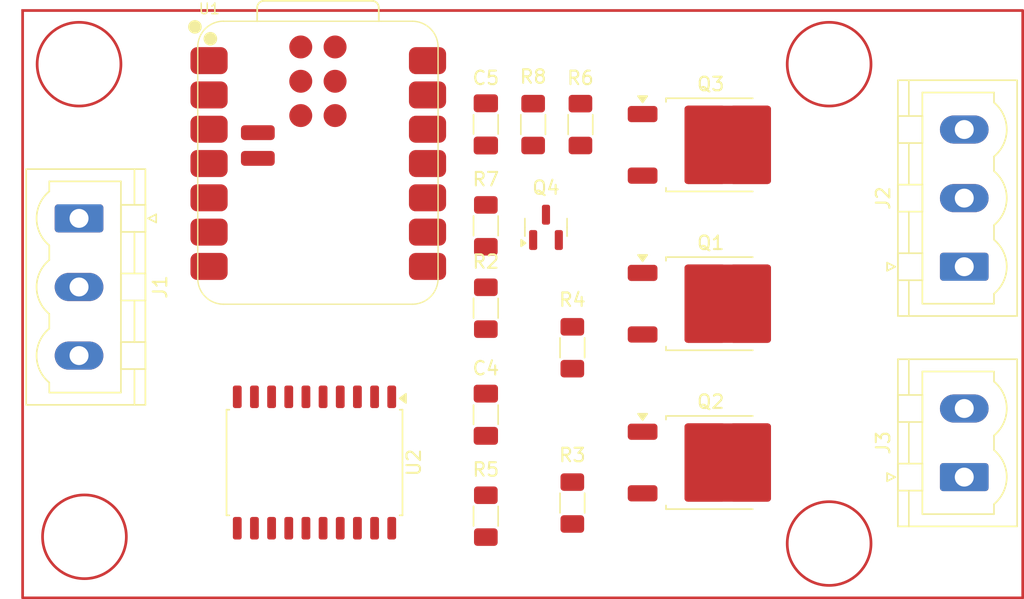
<source format=kicad_pcb>
(kicad_pcb (version 20241229) (generator "pcbnew") (generator_version "9.0")
  (layers (0 "F.Cu" signal) (2 "B.Cu" signal) (13 "F.Paste" user) (15 "B.Paste" user) (5 "F.SilkS" user "F.Silkscreen") (7 "B.SilkS" user "B.Silkscreen") (1 "F.Mask" user) (3 "B.Mask" user) (25 "Edge.Cuts" user))
  (net 0 "")
  (net 13 "GND")
  (net 14 "+5V")
  (net 15 "+12V")
  (net 16 "PWM_LED_OUT")
  (net 17 "Net-(C5-Pad2)")
  (net 18 "NEOPIXEL1_DATA_5V")
  (net 19 "NEOPIXEL1_PWR_OUT")
  (net 20 "Net-(Q1-G)")
  (net 21 "Net-(Q3-G)")
  (net 22 "Net-(Q4-C)")
  (net 23 "Net-(Q4-B)")
  (net 26 "PWM1_DATA")
  (net 27 "Net-(U2-2OE)")
  (net 28 "NEOPIXEL1_PWR_DPIN_3V3")
  (net 29 "NEOPIXEL1_DATA_3V3")
  (footprint "Capacitor_SMD:C_1206_3216Metric_Pad1.33x1.80mm_HandSolder" (layer "F.Cu") (at 58.1 46.46 -90)
    (property "Reference" "C4" (at -3.4375 0 180) (layer "F.SilkS"))
    (property "Value" "0.1uf" (hide yes))
    (fp_line (start -0.711252 0.91) (end 0.711252 0.91) (stroke (width 0.12)) (layer "F.SilkS"))
    (fp_line (start -0.711252 -0.91) (end 0.711252 -0.91) (stroke (width 0.12)) (layer "F.SilkS"))
    (pad "1" smd roundrect (at -1.5625 0 270) (size 1.325 1.8) (layers "F.Cu" "F.Mask" "F.Paste") (roundrect_rratio 0.188679) (net 13 "GND"))
    (pad "2" smd roundrect (at 1.5625 0 270) (size 1.325 1.8) (layers "F.Cu" "F.Mask" "F.Paste") (roundrect_rratio 0.188679) (net 14 "+5V"))
  )
  (footprint "Connector_Phoenix_MSTB:PhoenixContact_MSTBVA_2,5_3-G-5,08_1x03_P5.08mm_Vertical" (layer "F.Cu") (at 28 31.92 -90)
    (property "Reference" "J1" (at 5.08 -6 90) (layer "F.SilkS"))
    (property "Value" "PWR IN")
    (fp_line (start -3.65 3.91) (end 13.81 3.91) (stroke (width 0.12)) (layer "F.SilkS"))
    (fp_line (start 13.81 3.91) (end 13.81 -4.91) (stroke (width 0.12)) (layer "F.SilkS"))
    (fp_line (start -2.74 2.2) (end -2.74 -3.1) (stroke (width 0.12)) (layer "F.SilkS"))
    (fp_line (start -2 2.2) (end -2.74 2.2) (stroke (width 0.12)) (layer "F.SilkS"))
    (fp_line (start 2 2.2) (end 3.08 2.2) (stroke (width 0.12)) (layer "F.SilkS"))
    (fp_line (start 7.08 2.2) (end 8.16 2.2) (stroke (width 0.12)) (layer "F.SilkS"))
    (fp_line (start 12.9 2.2) (end 12.16 2.2) (stroke (width 0.12)) (layer "F.SilkS"))
    (fp_line (start -2.74 -3.1) (end 12.9 -3.1) (stroke (width 0.12)) (layer "F.SilkS"))
    (fp_line (start -1 -3.1) (end -1 -4.91) (stroke (width 0.12)) (layer "F.SilkS"))
    (fp_line (start 1 -3.1) (end -1 -3.1) (stroke (width 0.12)) (layer "F.SilkS"))
    (fp_line (start 4.08 -3.1) (end 4.08 -4.91) (stroke (width 0.12)) (layer "F.SilkS"))
    (fp_line (start 6.08 -3.1) (end 4.08 -3.1) (stroke (width 0.12)) (layer "F.SilkS"))
    (fp_line (start 9.16 -3.1) (end 9.16 -4.91) (stroke (width 0.12)) (layer "F.SilkS"))
    (fp_line (start 11.16 -3.1) (end 9.16 -3.1) (stroke (width 0.12)) (layer "F.SilkS"))
    (fp_line (start 12.9 -3.1) (end 12.9 2.2) (stroke (width 0.12)) (layer "F.SilkS"))
    (fp_line (start -3.65 -4.1) (end -1.11 -4.1) (stroke (width 0.12)) (layer "F.SilkS"))
    (fp_line (start 1 -4.1) (end 4.08 -4.1) (stroke (width 0.12)) (layer "F.SilkS"))
    (fp_line (start 6.08 -4.1) (end 9.16 -4.1) (stroke (width 0.12)) (layer "F.SilkS"))
    (fp_line (start 13.81 -4.1) (end 11.27 -4.1) (stroke (width 0.12)) (layer "F.SilkS"))
    (fp_line (start -3.65 -4.91) (end -3.65 3.91) (stroke (width 0.12)) (layer "F.SilkS"))
    (fp_line (start -1 -4.91) (end 1 -4.91) (stroke (width 0.12)) (layer "F.SilkS"))
    (fp_line (start 1 -4.91) (end 1 -3.1) (stroke (width 0.12)) (layer "F.SilkS"))
    (fp_line (start 4.08 -4.91) (end 6.08 -4.91) (stroke (width 0.12)) (layer "F.SilkS"))
    (fp_line (start 6.08 -4.91) (end 6.08 -3.1) (stroke (width 0.12)) (layer "F.SilkS"))
    (fp_line (start 9.16 -4.91) (end 11.16 -4.91) (stroke (width 0.12)) (layer "F.SilkS"))
    (fp_line (start 11.16 -4.91) (end 11.16 -3.1) (stroke (width 0.12)) (layer "F.SilkS"))
    (fp_line (start 13.81 -4.91) (end -3.65 -4.91) (stroke (width 0.12)) (layer "F.SilkS"))
    (fp_line (start 0 -5.11) (end -0.3 -5.71) (stroke (width 0.12)) (layer "F.SilkS"))
    (fp_line (start -0.3 -5.71) (end 0.3 -5.71) (stroke (width 0.12)) (layer "F.SilkS"))
    (fp_line (start 0.3 -5.71) (end 0 -5.11) (stroke (width 0.12)) (layer "F.SilkS"))
    (fp_arc (start 1.986842 2.215821) (mid -0.010289 3.142758) (end -2 2.2) (stroke (width 0.12)) (layer "F.SilkS"))
    (fp_arc (start 7.066842 2.215821) (mid 5.069711 3.142758) (end 3.08 2.2) (stroke (width 0.12)) (layer "F.SilkS"))
    (fp_arc (start 12.146842 2.215821) (mid 10.149711 3.142758) (end 8.16 2.2) (stroke (width 0.12)) (layer "F.SilkS"))
    (pad "1" thru_hole roundrect (at 0 0 270) (size 2.08 3.6) (drill 1.4) (layers "*.Cu" "*.Mask") (roundrect_rratio 0.120192) (net 13 "GND"))
    (pad "2" thru_hole oval (at 5.08 0 270) (size 2.08 3.6) (drill 1.4) (layers "*.Cu" "*.Mask") (net 14 "+5V"))
    (pad "3" thru_hole oval (at 10.16 0 270) (size 2.08 3.6) (drill 1.4) (layers "*.Cu" "*.Mask") (net 15 "+12V"))
  )
  (footprint "Resistor_SMD:R_1206_3216Metric_Pad1.30x1.75mm_HandSolder" (layer "F.Cu") (at 64.5 53 90)
    (property "Reference" "R3" (at 3.55 0 0) (layer "F.SilkS"))
    (property "Value" "10K OHM" (hide yes))
    (fp_line (start -0.727064 -0.91) (end 0.727064 -0.91) (stroke (width 0.12)) (layer "F.SilkS"))
    (fp_line (start -0.727064 0.91) (end 0.727064 0.91) (stroke (width 0.12)) (layer "F.SilkS"))
    (pad "1" smd roundrect (at -1.55 0 90) (size 1.3 1.75) (layers "F.Cu" "F.Mask" "F.Paste") (roundrect_rratio 0.192308) (net 13 "GND"))
    (pad "2" smd roundrect (at 1.55 0 90) (size 1.3 1.75) (layers "F.Cu" "F.Mask" "F.Paste") (roundrect_rratio 0.192308) (net 20 "Net-(Q1-G)"))
  )
  (footprint "Package_TO_SOT_SMD:SOT-23" (layer "F.Cu") (at 62.55 32.585 90)
    (property "Reference" "Q4" (at 2.9375 0 0) (layer "F.SilkS"))
    (property "Value" "MMBT2222A" (hide yes))
    (fp_line (start 0 -1.56) (end 0.65 -1.56) (stroke (width 0.12)) (layer "F.SilkS"))
    (fp_line (start 0 -1.56) (end -0.65 -1.56) (stroke (width 0.12)) (layer "F.SilkS"))
    (fp_line (start 0 1.56) (end 0.65 1.56) (stroke (width 0.12)) (layer "F.SilkS"))
    (fp_line (start 0 1.56) (end -0.65 1.56) (stroke (width 0.12)) (layer "F.SilkS"))
    (fp_poly (pts (xy -1.1625 -1.51) (xy -1.4025 -1.84) (xy -0.9225 -1.84) (xy -1.1625 -1.51)) (stroke (width 0.12)) (fill yes) (layer "F.SilkS"))
    (pad "1" smd roundrect (at -0.9375 -0.95 90) (size 1.475 0.6) (layers "F.Cu" "F.Mask" "F.Paste") (net 23 "Net-(Q4-B)"))
    (pad "2" smd roundrect (at -0.9375 0.95 90) (size 1.475 0.6) (layers "F.Cu" "F.Mask" "F.Paste") (net 13 "GND"))
    (pad "3" smd roundrect (at 0.9375 0 90) (size 1.475 0.6) (layers "F.Cu" "F.Mask" "F.Paste") (net 22 "Net-(Q4-C)"))
  )
  (footprint "Connector_Phoenix_MSTB:PhoenixContact_MSTBVA_2,5_3-G-5,08_1x03_P5.08mm_Vertical" (layer "F.Cu") (at 93.5 35.5 90)
    (property "Reference" "J2" (at 5.08 -6 90) (layer "F.SilkS"))
    (property "Value" "Neopixel_1" (hide yes))
    (fp_line (start 0.3 -5.71) (end 0 -5.11) (stroke (width 0.12)) (layer "F.SilkS"))
    (fp_line (start -0.3 -5.71) (end 0.3 -5.71) (stroke (width 0.12)) (layer "F.SilkS"))
    (fp_line (start 0 -5.11) (end -0.3 -5.71) (stroke (width 0.12)) (layer "F.SilkS"))
    (fp_line (start 13.81 -4.91) (end -3.65 -4.91) (stroke (width 0.12)) (layer "F.SilkS"))
    (fp_line (start 11.16 -4.91) (end 11.16 -3.1) (stroke (width 0.12)) (layer "F.SilkS"))
    (fp_line (start 9.16 -4.91) (end 11.16 -4.91) (stroke (width 0.12)) (layer "F.SilkS"))
    (fp_line (start 6.08 -4.91) (end 6.08 -3.1) (stroke (width 0.12)) (layer "F.SilkS"))
    (fp_line (start 4.08 -4.91) (end 6.08 -4.91) (stroke (width 0.12)) (layer "F.SilkS"))
    (fp_line (start 1 -4.91) (end 1 -3.1) (stroke (width 0.12)) (layer "F.SilkS"))
    (fp_line (start -1 -4.91) (end 1 -4.91) (stroke (width 0.12)) (layer "F.SilkS"))
    (fp_line (start -3.65 -4.91) (end -3.65 3.91) (stroke (width 0.12)) (layer "F.SilkS"))
    (fp_line (start 13.81 -4.1) (end 11.27 -4.1) (stroke (width 0.12)) (layer "F.SilkS"))
    (fp_line (start 6.08 -4.1) (end 9.16 -4.1) (stroke (width 0.12)) (layer "F.SilkS"))
    (fp_line (start 1 -4.1) (end 4.08 -4.1) (stroke (width 0.12)) (layer "F.SilkS"))
    (fp_line (start -3.65 -4.1) (end -1.11 -4.1) (stroke (width 0.12)) (layer "F.SilkS"))
    (fp_line (start 12.9 -3.1) (end 12.9 2.2) (stroke (width 0.12)) (layer "F.SilkS"))
    (fp_line (start 11.16 -3.1) (end 9.16 -3.1) (stroke (width 0.12)) (layer "F.SilkS"))
    (fp_line (start 9.16 -3.1) (end 9.16 -4.91) (stroke (width 0.12)) (layer "F.SilkS"))
    (fp_line (start 6.08 -3.1) (end 4.08 -3.1) (stroke (width 0.12)) (layer "F.SilkS"))
    (fp_line (start 4.08 -3.1) (end 4.08 -4.91) (stroke (width 0.12)) (layer "F.SilkS"))
    (fp_line (start 1 -3.1) (end -1 -3.1) (stroke (width 0.12)) (layer "F.SilkS"))
    (fp_line (start -1 -3.1) (end -1 -4.91) (stroke (width 0.12)) (layer "F.SilkS"))
    (fp_line (start -2.74 -3.1) (end 12.9 -3.1) (stroke (width 0.12)) (layer "F.SilkS"))
    (fp_line (start 12.9 2.2) (end 12.16 2.2) (stroke (width 0.12)) (layer "F.SilkS"))
    (fp_line (start 7.08 2.2) (end 8.16 2.2) (stroke (width 0.12)) (layer "F.SilkS"))
    (fp_line (start 2 2.2) (end 3.08 2.2) (stroke (width 0.12)) (layer "F.SilkS"))
    (fp_line (start -2 2.2) (end -2.74 2.2) (stroke (width 0.12)) (layer "F.SilkS"))
    (fp_line (start -2.74 2.2) (end -2.74 -3.1) (stroke (width 0.12)) (layer "F.SilkS"))
    (fp_line (start 13.81 3.91) (end 13.81 -4.91) (stroke (width 0.12)) (layer "F.SilkS"))
    (fp_line (start -3.65 3.91) (end 13.81 3.91) (stroke (width 0.12)) (layer "F.SilkS"))
    (fp_arc (start 12.146842 2.215821) (mid 10.149711 3.142758) (end 8.16 2.2) (stroke (width 0.12)) (layer "F.SilkS"))
    (fp_arc (start 7.066842 2.215821) (mid 5.069711 3.142758) (end 3.08 2.2) (stroke (width 0.12)) (layer "F.SilkS"))
    (fp_arc (start 1.986842 2.215821) (mid -0.010289 3.142758) (end -2 2.2) (stroke (width 0.12)) (layer "F.SilkS"))
    (pad "1" thru_hole roundrect (at 0 0 90) (size 2.08 3.6) (drill 1.4) (layers "*.Cu" "*.Mask") (roundrect_rratio 0.120192) (net 19 "NEOPIXEL1_PWR_OUT"))
    (pad "2" thru_hole oval (at 5.08 0 90) (size 2.08 3.6) (drill 1.4) (layers "*.Cu" "*.Mask") (net 18 "NEOPIXEL1_DATA_5V"))
    (pad "3" thru_hole oval (at 10.16 0 90) (size 2.08 3.6) (drill 1.4) (layers "*.Cu" "*.Mask") (net 13 "GND"))
  )
  (footprint "Package_TO_SOT_SMD:TO-252-2" (layer "F.Cu") (at 74.74 38.2375)
    (property "Reference" "Q1" (at 0 -4.5 0) (layer "F.SilkS"))
    (property "Value" "IRFR024N" (hide yes))
    (fp_line (start -3.31 -3.45) (end -3.31 -3.18) (stroke (width 0.12)) (layer "F.SilkS"))
    (fp_line (start -3.31 3.45) (end -3.31 3.18) (stroke (width 0.12)) (layer "F.SilkS"))
    (fp_line (start 3.11 -3.45) (end -3.31 -3.45) (stroke (width 0.12)) (layer "F.SilkS"))
    (fp_line (start 3.11 3.45) (end -3.31 3.45) (stroke (width 0.12)) (layer "F.SilkS"))
    (fp_poly (pts (xy -5.04 -3.14) (xy -5.38 -3.61) (xy -4.7 -3.61) (xy -5.04 -3.14)) (stroke (width 0.12)) (fill yes) (layer "F.SilkS"))
    (pad "1" smd roundrect (at -5.04 -2.28) (size 2.2 1.2) (layers "F.Cu" "F.Mask" "F.Paste") (roundrect_rratio 0.208333) (net 20 "Net-(Q1-G)"))
    (pad "2" smd roundrect (at -0.415 -1.525) (size 3.05 2.75) (layers "F.Cu" "F.Paste") (roundrect_rratio 0.090909) (net 16 "PWM_LED_OUT"))
    (pad "2" smd roundrect (at -0.415 1.525) (size 3.05 2.75) (layers "F.Cu" "F.Paste") (roundrect_rratio 0.090909) (net 16 "PWM_LED_OUT"))
    (pad "2" smd roundrect (at 1.26 0) (size 6.4 5.8) (layers "F.Cu" "F.Mask") (roundrect_rratio 0.043103) (net 16 "PWM_LED_OUT"))
    (pad "2" smd roundrect (at 2.935 -1.525) (size 3.05 2.75) (layers "F.Cu" "F.Paste") (roundrect_rratio 0.090909) (net 16 "PWM_LED_OUT"))
    (pad "2" smd roundrect (at 2.935 1.525) (size 3.05 2.75) (layers "F.Cu" "F.Paste") (roundrect_rratio 0.090909) (net 16 "PWM_LED_OUT"))
    (pad "3" smd roundrect (at -5.04 2.28) (size 2.2 1.2) (layers "F.Cu" "F.Mask" "F.Paste") (roundrect_rratio 0.208333) (net 13 "GND"))
  )
  (footprint "Resistor_SMD:R_1206_3216Metric_Pad1.30x1.75mm_HandSolder" (layer "F.Cu") (at 58.1 32.4725 -90)
    (property "Reference" "R7" (at -3.45 0 0) (layer "F.SilkS"))
    (property "Value" "470 OHM" (hide yes))
    (fp_line (start -0.727064 0.91) (end 0.727064 0.91) (stroke (width 0.12)) (layer "F.SilkS"))
    (fp_line (start -0.727064 -0.91) (end 0.727064 -0.91) (stroke (width 0.12)) (layer "F.SilkS"))
    (pad "1" smd roundrect (at -1.55 0 270) (size 1.3 1.75) (layers "F.Cu" "F.Mask" "F.Paste") (roundrect_rratio 0.192308) (net 23 "Net-(Q4-B)"))
    (pad "2" smd roundrect (at 1.55 0 270) (size 1.3 1.75) (layers "F.Cu" "F.Mask" "F.Paste") (roundrect_rratio 0.192308) (net 28 "NEOPIXEL1_PWR_DPIN_3V3"))
  )
  (footprint "Resistor_SMD:R_1206_3216Metric_Pad1.30x1.75mm_HandSolder" (layer "F.Cu") (at 65.1 24.9725 -90)
    (property "Reference" "R6" (at -3.45 0 0) (layer "F.SilkS"))
    (property "Value" "10K OHM" (hide yes))
    (fp_line (start -0.727064 0.91) (end 0.727064 0.91) (stroke (width 0.12)) (layer "F.SilkS"))
    (fp_line (start -0.727064 -0.91) (end 0.727064 -0.91) (stroke (width 0.12)) (layer "F.SilkS"))
    (pad "1" smd roundrect (at -1.55 0 270) (size 1.3 1.75) (layers "F.Cu" "F.Mask" "F.Paste") (roundrect_rratio 0.192308) (net 21 "Net-(Q3-G)"))
    (pad "2" smd roundrect (at 1.55 0 270) (size 1.3 1.75) (layers "F.Cu" "F.Mask" "F.Paste") (roundrect_rratio 0.192308) (net 14 "+5V"))
  )
  (footprint "Resistor_SMD:R_1206_3216Metric_Pad1.30x1.75mm_HandSolder" (layer "F.Cu") (at 58.1 38.5725 90)
    (property "Reference" "R2" (at 3.45 0 0) (layer "F.SilkS"))
    (property "Value" "470 OHM" (hide yes))
    (fp_line (start -0.727064 -0.91) (end 0.727064 -0.91) (stroke (width 0.12)) (layer "F.SilkS"))
    (fp_line (start -0.727064 0.91) (end 0.727064 0.91) (stroke (width 0.12)) (layer "F.SilkS"))
    (pad "1" smd roundrect (at -1.55 0 90) (size 1.3 1.75) (layers "F.Cu" "F.Mask" "F.Paste") (roundrect_rratio 0.192308) (net 20 "Net-(Q1-G)"))
    (pad "2" smd roundrect (at 1.55 0 90) (size 1.3 1.75) (layers "F.Cu" "F.Mask" "F.Paste") (roundrect_rratio 0.192308) (net 26 "PWM1_DATA"))
  )
  (footprint "Resistor_SMD:R_1206_3216Metric_Pad1.30x1.75mm_HandSolder" (layer "F.Cu") (at 61.6 24.9725 -90)
    (property "Reference" "R8" (at -3.55 0 0) (layer "F.SilkS"))
    (property "Value" "1K OHM" (hide yes))
    (fp_line (start -0.727064 0.91) (end 0.727064 0.91) (stroke (width 0.12)) (layer "F.SilkS"))
    (fp_line (start -0.727064 -0.91) (end 0.727064 -0.91) (stroke (width 0.12)) (layer "F.SilkS"))
    (pad "1" smd roundrect (at -1.55 0 270) (size 1.3 1.75) (layers "F.Cu" "F.Mask" "F.Paste") (roundrect_rratio 0.192308) (net 21 "Net-(Q3-G)"))
    (pad "2" smd roundrect (at 1.55 0 270) (size 1.3 1.75) (layers "F.Cu" "F.Mask" "F.Paste") (roundrect_rratio 0.192308) (net 22 "Net-(Q4-C)"))
  )
  (footprint "Package_TO_SOT_SMD:TO-252-2" (layer "F.Cu") (at 74.74 50)
    (property "Reference" "Q2" (at 0 -4.5 0) (layer "F.SilkS"))
    (property "Value" "IRFR024N" (hide yes))
    (fp_line (start -3.31 -3.45) (end -3.31 -3.18) (stroke (width 0.12)) (layer "F.SilkS"))
    (fp_line (start -3.31 3.45) (end -3.31 3.18) (stroke (width 0.12)) (layer "F.SilkS"))
    (fp_line (start 3.11 -3.45) (end -3.31 -3.45) (stroke (width 0.12)) (layer "F.SilkS"))
    (fp_line (start 3.11 3.45) (end -3.31 3.45) (stroke (width 0.12)) (layer "F.SilkS"))
    (fp_poly (pts (xy -5.04 -3.14) (xy -5.38 -3.61) (xy -4.7 -3.61) (xy -5.04 -3.14)) (stroke (width 0.12)) (fill yes) (layer "F.SilkS"))
    (pad "1" smd roundrect (at -5.04 -2.28) (size 2.2 1.2) (layers "F.Cu" "F.Mask" "F.Paste") (roundrect_rratio 0.208333) (net 20 "Net-(Q1-G)"))
    (pad "2" smd roundrect (at -0.415 -1.525) (size 3.05 2.75) (layers "F.Cu" "F.Paste") (roundrect_rratio 0.090909) (net 16 "PWM_LED_OUT"))
    (pad "2" smd roundrect (at -0.415 1.525) (size 3.05 2.75) (layers "F.Cu" "F.Paste") (roundrect_rratio 0.090909) (net 16 "PWM_LED_OUT"))
    (pad "2" smd roundrect (at 1.26 0) (size 6.4 5.8) (layers "F.Cu" "F.Mask") (roundrect_rratio 0.043103) (net 16 "PWM_LED_OUT"))
    (pad "2" smd roundrect (at 2.935 -1.525) (size 3.05 2.75) (layers "F.Cu" "F.Paste") (roundrect_rratio 0.090909) (net 16 "PWM_LED_OUT"))
    (pad "2" smd roundrect (at 2.935 1.525) (size 3.05 2.75) (layers "F.Cu" "F.Paste") (roundrect_rratio 0.090909) (net 16 "PWM_LED_OUT"))
    (pad "3" smd roundrect (at -5.04 2.28) (size 2.2 1.2) (layers "F.Cu" "F.Mask" "F.Paste") (roundrect_rratio 0.208333) (net 13 "GND"))
  )
  (footprint "Capacitor_SMD:C_1206_3216Metric_Pad1.33x1.80mm_HandSolder" (layer "F.Cu") (at 58.1 24.96 -90)
    (property "Reference" "C5" (at -3.4375 0 0) (layer "F.SilkS"))
    (property "Value" "0.1uf" (hide yes))
    (fp_line (start -0.711252 0.91) (end 0.711252 0.91) (stroke (width 0.12)) (layer "F.SilkS"))
    (fp_line (start -0.711252 -0.91) (end 0.711252 -0.91) (stroke (width 0.12)) (layer "F.SilkS"))
    (pad "1" smd roundrect (at -1.5625 0 270) (size 1.325 1.8) (layers "F.Cu" "F.Mask" "F.Paste") (roundrect_rratio 0.188679) (net 14 "+5V"))
    (pad "2" smd roundrect (at 1.5625 0 270) (size 1.325 1.8) (layers "F.Cu" "F.Mask" "F.Paste") (roundrect_rratio 0.188679) (net 17 "Net-(C5-Pad2)"))
  )
  (footprint "Resistor_SMD:R_1206_3216Metric_Pad1.30x1.75mm_HandSolder" (layer "F.Cu") (at 64.5 41.5 -90)
    (property "Reference" "R4" (at -3.55 0 0) (layer "F.SilkS"))
    (property "Value" "10K OHM" (hide yes))
    (fp_line (start -0.727064 0.91) (end 0.727064 0.91) (stroke (width 0.12)) (layer "F.SilkS"))
    (fp_line (start -0.727064 -0.91) (end 0.727064 -0.91) (stroke (width 0.12)) (layer "F.SilkS"))
    (pad "1" smd roundrect (at -1.55 0 270) (size 1.3 1.75) (layers "F.Cu" "F.Mask" "F.Paste") (roundrect_rratio 0.192308) (net 20 "Net-(Q1-G)"))
    (pad "2" smd roundrect (at 1.55 0 270) (size 1.3 1.75) (layers "F.Cu" "F.Mask" "F.Paste") (roundrect_rratio 0.192308) (net 13 "GND"))
  )
  (footprint "Package_TO_SOT_SMD:TO-252-2" (layer "F.Cu") (at 74.74 26.475)
    (property "Reference" "Q3" (at 0 -4.5 0) (layer "F.SilkS"))
    (property "Value" "IRFR5305" (hide yes))
    (fp_line (start -3.31 -3.45) (end -3.31 -3.18) (stroke (width 0.12)) (layer "F.SilkS"))
    (fp_line (start -3.31 3.45) (end -3.31 3.18) (stroke (width 0.12)) (layer "F.SilkS"))
    (fp_line (start 3.11 -3.45) (end -3.31 -3.45) (stroke (width 0.12)) (layer "F.SilkS"))
    (fp_line (start 3.11 3.45) (end -3.31 3.45) (stroke (width 0.12)) (layer "F.SilkS"))
    (fp_poly (pts (xy -5.04 -3.14) (xy -5.38 -3.61) (xy -4.7 -3.61) (xy -5.04 -3.14)) (stroke (width 0.12)) (fill yes) (layer "F.SilkS"))
    (pad "1" smd roundrect (at -5.04 -2.28) (size 2.2 1.2) (layers "F.Cu" "F.Mask" "F.Paste") (roundrect_rratio 0.208333) (net 21 "Net-(Q3-G)"))
    (pad "2" smd roundrect (at -0.415 -1.525) (size 3.05 2.75) (layers "F.Cu" "F.Paste") (roundrect_rratio 0.090909) (net 14 "+5V"))
    (pad "2" smd roundrect (at -0.415 1.525) (size 3.05 2.75) (layers "F.Cu" "F.Paste") (roundrect_rratio 0.090909) (net 14 "+5V"))
    (pad "2" smd roundrect (at 1.26 0) (size 6.4 5.8) (layers "F.Cu" "F.Mask") (roundrect_rratio 0.043103) (net 14 "+5V"))
    (pad "2" smd roundrect (at 2.935 -1.525) (size 3.05 2.75) (layers "F.Cu" "F.Paste") (roundrect_rratio 0.090909) (net 14 "+5V"))
    (pad "2" smd roundrect (at 2.935 1.525) (size 3.05 2.75) (layers "F.Cu" "F.Paste") (roundrect_rratio 0.090909) (net 14 "+5V"))
    (pad "3" smd roundrect (at -5.04 2.28) (size 2.2 1.2) (layers "F.Cu" "F.Mask" "F.Paste") (roundrect_rratio 0.208333) (net 19 "NEOPIXEL1_PWR_OUT"))
  )
  (footprint "Seeed Studio XIAO Series Library:XIAO-ESP32C3-SMD" (layer "F.Cu") (at 45.62 27.8185)
    (property "Reference" "U1" (at -8.835 -10.96 0) (layer "F.SilkS") (effects (font (size 0.78232 0.78232) (thickness 0.10668)) (justify left bottom)))
    (property "Value" "XIAO-ESP32-C3-SMD")
    (fp_line (start -8.835 8.553) (end -8.835 -8.592) (stroke (width 0.1)) (layer "F.SilkS"))
    (fp_line (start -6.93 10.458) (end 7.04 10.458) (stroke (width 0.1)) (layer "F.SilkS"))
    (fp_line (start -4.44 -10.497) (end -4.436272 -11.507272) (stroke (width 0.127)) (layer "F.SilkS"))
    (fp_line (start -3.936272 -12.007) (end 4.059 -12.007) (stroke (width 0.127)) (layer "F.SilkS"))
    (fp_line (start 4.559 -11.507) (end 4.559 -10.497) (stroke (width 0.127)) (layer "F.SilkS"))
    (fp_line (start 7.04 -10.497) (end -6.93 -10.497) (stroke (width 0.1)) (layer "F.SilkS"))
    (fp_line (start 8.945 8.553) (end 8.945 -8.592) (stroke (width 0.1)) (layer "F.SilkS"))
    (fp_arc (start -8.835 -8.596) (mid -8.277038 -9.943038) (end -6.93 -10.501) (stroke (width 0.1)) (layer "F.SilkS"))
    (fp_arc (start -6.93 10.458) (mid -8.277038 9.900038) (end -8.835 8.553) (stroke (width 0.1)) (layer "F.SilkS"))
    (fp_arc (start -4.436272 -11.507272) (mid -4.289724 -11.860644) (end -3.936272 -12.007) (stroke (width 0.127)) (layer "F.SilkS"))
    (fp_arc (start 4.059 -12.007) (mid 4.412553 -11.860553) (end 4.559 -11.507) (stroke (width 0.127)) (layer "F.SilkS"))
    (fp_arc (start 7.04 -10.497) (mid 8.387038 -9.939038) (end 8.945 -8.592) (stroke (width 0.1)) (layer "F.SilkS"))
    (fp_arc (start 8.945 8.553) (mid 8.387038 9.900038) (end 7.04 10.458) (stroke (width 0.1)) (layer "F.SilkS"))
    (fp_circle (center -9.045 -10.081) (end -9.045 -10.335) (stroke (width 0.5)) (fill yes) (layer "F.SilkS"))
    (fp_circle (center -7.902 -9.201) (end -7.902 -9.455) (stroke (width 0.5)) (fill yes) (layer "F.SilkS"))
    (pad "1" smd roundrect (at -8 -7.58) (size 2.75 2) (layers "F.Cu" "F.Mask" "F.Paste"))
    (pad "2" smd roundrect (at -8 -5.04) (size 2.75 2) (layers "F.Cu" "F.Mask" "F.Paste") (net 28 "NEOPIXEL1_PWR_DPIN_3V3"))
    (pad "3" smd roundrect (at -8 -2.5) (size 2.75 2) (layers "F.Cu" "F.Mask" "F.Paste") (net 29 "NEOPIXEL1_DATA_3V3"))
    (pad "4" smd roundrect (at -8 0.04) (size 2.75 2) (layers "F.Cu" "F.Mask" "F.Paste"))
    (pad "5" smd roundrect (at -8 2.58) (size 2.75 2) (layers "F.Cu" "F.Mask" "F.Paste"))
    (pad "6" smd roundrect (at -8 5.12) (size 2.75 2) (layers "F.Cu" "F.Mask" "F.Paste"))
    (pad "7" smd roundrect (at -8 7.66) (size 2.75 2) (layers "F.Cu" "F.Mask" "F.Paste"))
    (pad "8" smd roundrect (at 8.165 7.66) (size 2.75 2) (layers "F.Cu" "F.Mask" "F.Paste"))
    (pad "9" smd roundrect (at 8.165 5.12) (size 2.75 2) (layers "F.Cu" "F.Mask" "F.Paste"))
    (pad "10" smd roundrect (at 8.165 2.58) (size 2.75 2) (layers "F.Cu" "F.Mask" "F.Paste"))
    (pad "11" smd roundrect (at 8.165 0.04) (size 2.75 2) (layers "F.Cu" "F.Mask" "F.Paste") (net 26 "PWM1_DATA"))
    (pad "12" smd roundrect (at 8.165 -2.5) (size 2.75 2) (layers "F.Cu" "F.Mask" "F.Paste"))
    (pad "13" smd roundrect (at 8.165 -5.04) (size 2.75 2) (layers "F.Cu" "F.Mask" "F.Paste") (net 17 "Net-(C5-Pad2)"))
    (pad "14" smd roundrect (at 8.165 -7.58) (size 2.75 2) (layers "F.Cu" "F.Mask" "F.Paste") (net 14 "+5V"))
    (pad "15" smd roundrect (at -4.39 -0.342 180) (size 2.5 1.1) (layers "F.Cu" "F.Mask" "F.Paste"))
    (pad "16" smd roundrect (at -4.39 -2.247 180) (size 2.5 1.1) (layers "F.Cu" "F.Mask" "F.Paste") (net 13 "GND"))
    (pad "17" smd circle (at -1.215 -8.592) (size 1.7 1.7) (layers "F.Cu" "F.Mask" "F.Paste"))
    (pad "18" smd circle (at 1.325 -8.592) (size 1.7 1.7) (layers "F.Cu" "F.Mask" "F.Paste"))
    (pad "19" smd circle (at -1.215 -6.052) (size 1.7 1.7) (layers "F.Cu" "F.Mask" "F.Paste"))
    (pad "20" smd circle (at 1.325 -6.052) (size 1.7 1.7) (layers "F.Cu" "F.Mask" "F.Paste"))
    (pad "21" smd circle (at -1.215 -3.512) (size 1.7 1.7) (layers "F.Cu" "F.Mask" "F.Paste"))
    (pad "22" smd circle (at 1.325 -3.512) (size 1.7 1.7) (layers "F.Cu" "F.Mask" "F.Paste"))
  )
  (footprint "Package_SO:Infineon_SOIC-20W_7.6x12.8mm_P1.27mm" (layer "F.Cu") (at 45.4225 50 -90)
    (property "Reference" "U2" (at 0 -7.35 90) (layer "F.SilkS"))
    (property "Value" "74AHCT244" (hide yes))
    (fp_line (start -3.91 6.51) (end -3.91 6.3) (stroke (width 0.12)) (layer "F.SilkS"))
    (fp_line (start 0 6.51) (end -3.91 6.51) (stroke (width 0.12)) (layer "F.SilkS"))
    (fp_line (start 0 6.51) (end 3.91 6.51) (stroke (width 0.12)) (layer "F.SilkS"))
    (fp_line (start 3.91 6.51) (end 3.91 6.3) (stroke (width 0.12)) (layer "F.SilkS"))
    (fp_line (start -3.91 -6.51) (end -3.91 -6.3) (stroke (width 0.12)) (layer "F.SilkS"))
    (fp_line (start 0 -6.51) (end -3.91 -6.51) (stroke (width 0.12)) (layer "F.SilkS"))
    (fp_line (start 0 -6.51) (end 3.91 -6.51) (stroke (width 0.12)) (layer "F.SilkS"))
    (fp_line (start 3.91 -6.51) (end 3.91 -6.3) (stroke (width 0.12)) (layer "F.SilkS"))
    (fp_poly (pts (xy -4.75 -6.3) (xy -5.09 -6.77) (xy -4.41 -6.77) (xy -4.75 -6.3)) (stroke (width 0.12)) (fill yes) (layer "F.SilkS"))
    (pad "1" smd roundrect (at -4.865 -5.715 270) (size 1.67 0.65) (layers "F.Cu" "F.Mask" "F.Paste") (net 13 "GND"))
    (pad "2" smd roundrect (at -4.865 -4.445 270) (size 1.67 0.65) (layers "F.Cu" "F.Mask" "F.Paste") (net 29 "NEOPIXEL1_DATA_3V3"))
    (pad "3" smd roundrect (at -4.865 -3.175 270) (size 1.67 0.65) (layers "F.Cu" "F.Mask" "F.Paste"))
    (pad "4" smd roundrect (at -4.865 -1.905 270) (size 1.67 0.65) (layers "F.Cu" "F.Mask" "F.Paste") (net 13 "GND"))
    (pad "5" smd roundrect (at -4.865 -0.635 270) (size 1.67 0.65) (layers "F.Cu" "F.Mask" "F.Paste"))
    (pad "6" smd roundrect (at -4.865 0.635 270) (size 1.67 0.65) (layers "F.Cu" "F.Mask" "F.Paste") (net 13 "GND"))
    (pad "7" smd roundrect (at -4.865 1.905 270) (size 1.67 0.65) (layers "F.Cu" "F.Mask" "F.Paste"))
    (pad "8" smd roundrect (at -4.865 3.175 270) (size 1.67 0.65) (layers "F.Cu" "F.Mask" "F.Paste") (net 13 "GND"))
    (pad "9" smd roundrect (at -4.865 4.445 270) (size 1.67 0.65) (layers "F.Cu" "F.Mask" "F.Paste"))
    (pad "10" smd roundrect (at -4.865 5.715 270) (size 1.67 0.65) (layers "F.Cu" "F.Mask" "F.Paste") (net 13 "GND"))
    (pad "11" smd roundrect (at 4.865 5.715 270) (size 1.67 0.65) (layers "F.Cu" "F.Mask" "F.Paste") (net 13 "GND"))
    (pad "12" smd roundrect (at 4.865 4.445 270) (size 1.67 0.65) (layers "F.Cu" "F.Mask" "F.Paste"))
    (pad "13" smd roundrect (at 4.865 3.175 270) (size 1.67 0.65) (layers "F.Cu" "F.Mask" "F.Paste") (net 13 "GND"))
    (pad "14" smd roundrect (at 4.865 1.905 270) (size 1.67 0.65) (layers "F.Cu" "F.Mask" "F.Paste"))
    (pad "15" smd roundrect (at 4.865 0.635 270) (size 1.67 0.65) (layers "F.Cu" "F.Mask" "F.Paste") (net 13 "GND"))
    (pad "16" smd roundrect (at 4.865 -0.635 270) (size 1.67 0.65) (layers "F.Cu" "F.Mask" "F.Paste"))
    (pad "17" smd roundrect (at 4.865 -1.905 270) (size 1.67 0.65) (layers "F.Cu" "F.Mask" "F.Paste") (net 13 "GND"))
    (pad "18" smd roundrect (at 4.865 -3.175 270) (size 1.67 0.65) (layers "F.Cu" "F.Mask" "F.Paste") (net 18 "NEOPIXEL1_DATA_5V"))
    (pad "19" smd roundrect (at 4.865 -4.445 270) (size 1.67 0.65) (layers "F.Cu" "F.Mask" "F.Paste") (net 27 "Net-(U2-2OE)"))
    (pad "20" smd roundrect (at 4.865 -5.715 270) (size 1.67 0.65) (layers "F.Cu" "F.Mask" "F.Paste") (net 14 "+5V"))
  )
  (footprint "Connector_Phoenix_MSTB:PhoenixContact_MSTBVA_2,5_2-G-5,08_1x02_P5.08mm_Vertical" (layer "F.Cu") (at 93.5 51.08 90)
    (property "Reference" "J3" (at 2.54 -6 90) (layer "F.SilkS"))
    (property "Value" "PWM_STRIP_1" (hide yes))
    (fp_line (start 0.3 -5.71) (end 0 -5.11) (stroke (width 0.12)) (layer "F.SilkS"))
    (fp_line (start -0.3 -5.71) (end 0.3 -5.71) (stroke (width 0.12)) (layer "F.SilkS"))
    (fp_line (start 0 -5.11) (end -0.3 -5.71) (stroke (width 0.12)) (layer "F.SilkS"))
    (fp_line (start 8.73 -4.91) (end -3.65 -4.91) (stroke (width 0.12)) (layer "F.SilkS"))
    (fp_line (start 6.08 -4.91) (end 6.08 -3.1) (stroke (width 0.12)) (layer "F.SilkS"))
    (fp_line (start 4.08 -4.91) (end 6.08 -4.91) (stroke (width 0.12)) (layer "F.SilkS"))
    (fp_line (start 1 -4.91) (end 1 -3.1) (stroke (width 0.12)) (layer "F.SilkS"))
    (fp_line (start -1 -4.91) (end 1 -4.91) (stroke (width 0.12)) (layer "F.SilkS"))
    (fp_line (start -3.65 -4.91) (end -3.65 3.91) (stroke (width 0.12)) (layer "F.SilkS"))
    (fp_line (start 8.73 -4.1) (end 6.19 -4.1) (stroke (width 0.12)) (layer "F.SilkS"))
    (fp_line (start 1 -4.1) (end 4.08 -4.1) (stroke (width 0.12)) (layer "F.SilkS"))
    (fp_line (start -3.65 -4.1) (end -1.11 -4.1) (stroke (width 0.12)) (layer "F.SilkS"))
    (fp_line (start 7.82 -3.1) (end 7.82 2.2) (stroke (width 0.12)) (layer "F.SilkS"))
    (fp_line (start 6.08 -3.1) (end 4.08 -3.1) (stroke (width 0.12)) (layer "F.SilkS"))
    (fp_line (start 4.08 -3.1) (end 4.08 -4.91) (stroke (width 0.12)) (layer "F.SilkS"))
    (fp_line (start 1 -3.1) (end -1 -3.1) (stroke (width 0.12)) (layer "F.SilkS"))
    (fp_line (start -1 -3.1) (end -1 -4.91) (stroke (width 0.12)) (layer "F.SilkS"))
    (fp_line (start -2.74 -3.1) (end 7.82 -3.1) (stroke (width 0.12)) (layer "F.SilkS"))
    (fp_line (start 7.82 2.2) (end 7.08 2.2) (stroke (width 0.12)) (layer "F.SilkS"))
    (fp_line (start 2 2.2) (end 3.08 2.2) (stroke (width 0.12)) (layer "F.SilkS"))
    (fp_line (start -2 2.2) (end -2.74 2.2) (stroke (width 0.12)) (layer "F.SilkS"))
    (fp_line (start -2.74 2.2) (end -2.74 -3.1) (stroke (width 0.12)) (layer "F.SilkS"))
    (fp_line (start 8.73 3.91) (end 8.73 -4.91) (stroke (width 0.12)) (layer "F.SilkS"))
    (fp_line (start -3.65 3.91) (end 8.73 3.91) (stroke (width 0.12)) (layer "F.SilkS"))
    (fp_arc (start 7.066842 2.215821) (mid 5.069711 3.142758) (end 3.08 2.2) (stroke (width 0.12)) (layer "F.SilkS"))
    (fp_arc (start 1.986842 2.215821) (mid -0.010289 3.142758) (end -2 2.2) (stroke (width 0.12)) (layer "F.SilkS"))
    (pad "1" thru_hole roundrect (at 0 0 90) (size 2.08 3.6) (drill 1.4) (layers "*.Cu" "*.Mask") (roundrect_rratio 0.120192) (net 15 "+12V"))
    (pad "2" thru_hole oval (at 5.08 0 90) (size 2.08 3.6) (drill 1.4) (layers "*.Cu" "*.Mask") (net 16 "PWM_LED_OUT"))
  )
  (footprint "Resistor_SMD:R_1206_3216Metric_Pad1.30x1.75mm_HandSolder" (layer "F.Cu") (at 58.1 53.9725 90)
    (property "Reference" "R5" (at 3.45 0 180) (layer "F.SilkS"))
    (property "Value" "10K OHM" (hide yes))
    (fp_line (start -0.727064 -0.91) (end 0.727064 -0.91) (stroke (width 0.12)) (layer "F.SilkS"))
    (fp_line (start -0.727064 0.91) (end 0.727064 0.91) (stroke (width 0.12)) (layer "F.SilkS"))
    (pad "1" smd roundrect (at -1.55 0 90) (size 1.3 1.75) (layers "F.Cu" "F.Mask" "F.Paste") (roundrect_rratio 0.192308) (net 14 "+5V"))
    (pad "2" smd roundrect (at 1.55 0 90) (size 1.3 1.75) (layers "F.Cu" "F.Mask" "F.Paste") (roundrect_rratio 0.192308) (net 27 "Net-(U2-2OE)"))
  )
  (gr_circle (center 83.5 20.5) (end 86.6 20.5) (stroke (width 0.2)) (fill no) (layer "F.Cu"))
  (gr_rect (start 23.825 16.525) (end 97.825 60.025) (stroke (width 0.2)) (fill no) (layer "F.Cu") (net 16))
  (gr_circle (center 83.5 56) (end 86.6 56) (stroke (width 0.2)) (fill no) (layer "F.Cu"))
  (gr_circle (center 28 20.5) (end 31.1 20.5) (stroke (width 0.2)) (fill no) (layer "F.Cu"))
  (gr_circle (center 28.4 55.5) (end 31.5 55.5) (stroke (width 0.2)) (fill no) (layer "F.Cu"))
)
</source>
